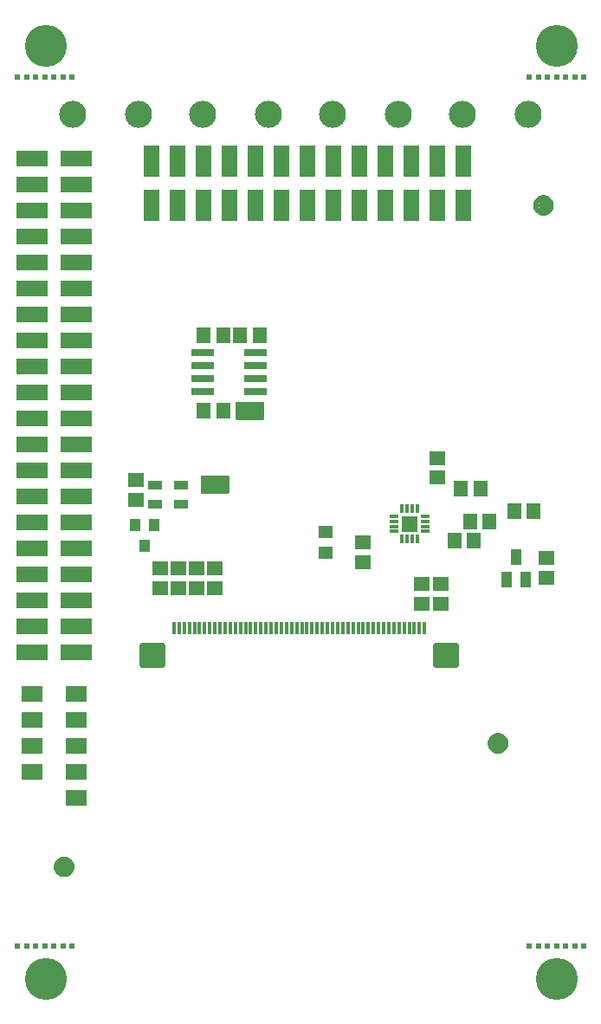
<source format=gbr>
G04 EAGLE Gerber RS-274X export*
G75*
%MOMM*%
%FSLAX34Y34*%
%LPD*%
%INSoldermask Top*%
%IPPOS*%
%AMOC8*
5,1,8,0,0,1.08239X$1,22.5*%
G01*
%ADD10C,0.601600*%
%ADD11C,1.101600*%
%ADD12C,0.500000*%
%ADD13R,1.601600X1.401600*%
%ADD14R,1.401600X1.601600*%
%ADD15R,1.101600X1.501600*%
%ADD16R,1.601600X1.601600*%
%ADD17R,0.880000X0.350000*%
%ADD18R,0.350000X0.880000*%
%ADD19R,1.625600X3.149600*%
%ADD20C,4.101600*%
%ADD21R,3.149600X1.625600*%
%ADD22R,2.301600X0.701600*%
%ADD23R,1.270000X1.701800*%
%ADD24R,0.736600X0.304800*%
%ADD25R,2.101600X1.601600*%
%ADD26R,1.401600X1.301600*%
%ADD27R,1.451600X0.901600*%
%ADD28R,1.101600X1.301600*%
%ADD29C,0.700447*%
%ADD30R,0.300000X1.300000*%
%ADD31C,2.641600*%

G36*
X246498Y514366D02*
X246498Y514366D01*
X246617Y514373D01*
X246655Y514386D01*
X246696Y514391D01*
X246806Y514434D01*
X246919Y514471D01*
X246954Y514493D01*
X246991Y514508D01*
X247087Y514578D01*
X247188Y514641D01*
X247216Y514671D01*
X247249Y514694D01*
X247325Y514786D01*
X247406Y514873D01*
X247426Y514908D01*
X247451Y514939D01*
X247502Y515047D01*
X247560Y515151D01*
X247570Y515191D01*
X247587Y515227D01*
X247609Y515344D01*
X247639Y515459D01*
X247643Y515520D01*
X247647Y515540D01*
X247645Y515560D01*
X247649Y515620D01*
X247649Y530860D01*
X247634Y530978D01*
X247627Y531097D01*
X247614Y531135D01*
X247609Y531176D01*
X247566Y531286D01*
X247529Y531399D01*
X247507Y531434D01*
X247492Y531471D01*
X247423Y531567D01*
X247359Y531668D01*
X247329Y531696D01*
X247306Y531729D01*
X247214Y531805D01*
X247127Y531886D01*
X247092Y531906D01*
X247061Y531931D01*
X246953Y531982D01*
X246849Y532040D01*
X246809Y532050D01*
X246773Y532067D01*
X246656Y532089D01*
X246541Y532119D01*
X246481Y532123D01*
X246461Y532127D01*
X246440Y532125D01*
X246380Y532129D01*
X220980Y532129D01*
X220862Y532114D01*
X220743Y532107D01*
X220705Y532094D01*
X220664Y532089D01*
X220554Y532046D01*
X220441Y532009D01*
X220406Y531987D01*
X220369Y531972D01*
X220273Y531903D01*
X220172Y531839D01*
X220144Y531809D01*
X220111Y531786D01*
X220036Y531694D01*
X219954Y531607D01*
X219934Y531572D01*
X219909Y531541D01*
X219858Y531433D01*
X219800Y531329D01*
X219790Y531289D01*
X219773Y531253D01*
X219751Y531136D01*
X219721Y531021D01*
X219717Y530961D01*
X219713Y530941D01*
X219714Y530934D01*
X219713Y530932D01*
X219714Y530916D01*
X219711Y530860D01*
X219711Y515620D01*
X219726Y515502D01*
X219733Y515383D01*
X219746Y515345D01*
X219751Y515304D01*
X219794Y515194D01*
X219831Y515081D01*
X219853Y515046D01*
X219868Y515009D01*
X219938Y514913D01*
X220001Y514812D01*
X220031Y514784D01*
X220054Y514751D01*
X220146Y514676D01*
X220233Y514594D01*
X220268Y514574D01*
X220299Y514549D01*
X220407Y514498D01*
X220511Y514440D01*
X220551Y514430D01*
X220587Y514413D01*
X220704Y514391D01*
X220819Y514361D01*
X220880Y514357D01*
X220900Y514353D01*
X220920Y514355D01*
X220980Y514351D01*
X246380Y514351D01*
X246498Y514366D01*
G37*
G36*
X212208Y441976D02*
X212208Y441976D01*
X212327Y441983D01*
X212365Y441996D01*
X212406Y442001D01*
X212516Y442044D01*
X212629Y442081D01*
X212664Y442103D01*
X212701Y442118D01*
X212797Y442188D01*
X212898Y442251D01*
X212926Y442281D01*
X212959Y442304D01*
X213035Y442396D01*
X213116Y442483D01*
X213136Y442518D01*
X213161Y442549D01*
X213212Y442657D01*
X213270Y442761D01*
X213280Y442801D01*
X213297Y442837D01*
X213319Y442954D01*
X213349Y443069D01*
X213353Y443130D01*
X213357Y443150D01*
X213355Y443170D01*
X213359Y443230D01*
X213359Y458470D01*
X213344Y458588D01*
X213337Y458707D01*
X213324Y458745D01*
X213319Y458786D01*
X213276Y458896D01*
X213239Y459009D01*
X213217Y459044D01*
X213202Y459081D01*
X213133Y459177D01*
X213069Y459278D01*
X213039Y459306D01*
X213016Y459339D01*
X212924Y459415D01*
X212837Y459496D01*
X212802Y459516D01*
X212771Y459541D01*
X212663Y459592D01*
X212559Y459650D01*
X212519Y459660D01*
X212483Y459677D01*
X212366Y459699D01*
X212251Y459729D01*
X212191Y459733D01*
X212171Y459737D01*
X212150Y459735D01*
X212090Y459739D01*
X186690Y459739D01*
X186572Y459724D01*
X186453Y459717D01*
X186415Y459704D01*
X186374Y459699D01*
X186264Y459656D01*
X186151Y459619D01*
X186116Y459597D01*
X186079Y459582D01*
X185983Y459513D01*
X185882Y459449D01*
X185854Y459419D01*
X185821Y459396D01*
X185746Y459304D01*
X185664Y459217D01*
X185644Y459182D01*
X185619Y459151D01*
X185568Y459043D01*
X185510Y458939D01*
X185500Y458899D01*
X185483Y458863D01*
X185461Y458746D01*
X185431Y458631D01*
X185427Y458571D01*
X185423Y458551D01*
X185424Y458544D01*
X185423Y458542D01*
X185424Y458526D01*
X185421Y458470D01*
X185421Y443230D01*
X185436Y443112D01*
X185443Y442993D01*
X185456Y442955D01*
X185461Y442914D01*
X185504Y442804D01*
X185541Y442691D01*
X185563Y442656D01*
X185578Y442619D01*
X185648Y442523D01*
X185711Y442422D01*
X185741Y442394D01*
X185764Y442361D01*
X185856Y442286D01*
X185943Y442204D01*
X185978Y442184D01*
X186009Y442159D01*
X186117Y442108D01*
X186221Y442050D01*
X186261Y442040D01*
X186297Y442023D01*
X186414Y442001D01*
X186529Y441971D01*
X186590Y441967D01*
X186610Y441963D01*
X186630Y441965D01*
X186690Y441961D01*
X212090Y441961D01*
X212208Y441976D01*
G37*
D10*
X59690Y849630D03*
X50800Y849630D03*
X41910Y849630D03*
X33020Y849630D03*
X24130Y849630D03*
X15240Y849630D03*
X6350Y849630D03*
X560070Y849630D03*
X551180Y849630D03*
X542290Y849630D03*
X533400Y849630D03*
X524510Y849630D03*
X515620Y849630D03*
X506730Y849630D03*
X59690Y0D03*
X50800Y0D03*
X41910Y0D03*
X33020Y0D03*
X24130Y0D03*
X15240Y0D03*
X6350Y0D03*
X560070Y0D03*
X551180Y0D03*
X542290Y0D03*
X533400Y0D03*
X524510Y0D03*
X515620Y0D03*
X506730Y0D03*
D11*
X476250Y198120D03*
D12*
X468750Y198120D02*
X468752Y197939D01*
X468759Y197758D01*
X468770Y197577D01*
X468785Y197396D01*
X468805Y197216D01*
X468829Y197036D01*
X468857Y196857D01*
X468890Y196679D01*
X468927Y196502D01*
X468968Y196325D01*
X469013Y196150D01*
X469063Y195975D01*
X469117Y195802D01*
X469175Y195631D01*
X469237Y195460D01*
X469304Y195292D01*
X469374Y195125D01*
X469448Y194959D01*
X469527Y194796D01*
X469609Y194635D01*
X469695Y194475D01*
X469785Y194318D01*
X469879Y194163D01*
X469976Y194010D01*
X470078Y193860D01*
X470182Y193712D01*
X470291Y193566D01*
X470402Y193424D01*
X470518Y193284D01*
X470636Y193147D01*
X470758Y193012D01*
X470883Y192881D01*
X471011Y192753D01*
X471142Y192628D01*
X471277Y192506D01*
X471414Y192388D01*
X471554Y192272D01*
X471696Y192161D01*
X471842Y192052D01*
X471990Y191948D01*
X472140Y191846D01*
X472293Y191749D01*
X472448Y191655D01*
X472605Y191565D01*
X472765Y191479D01*
X472926Y191397D01*
X473089Y191318D01*
X473255Y191244D01*
X473422Y191174D01*
X473590Y191107D01*
X473761Y191045D01*
X473932Y190987D01*
X474105Y190933D01*
X474280Y190883D01*
X474455Y190838D01*
X474632Y190797D01*
X474809Y190760D01*
X474987Y190727D01*
X475166Y190699D01*
X475346Y190675D01*
X475526Y190655D01*
X475707Y190640D01*
X475888Y190629D01*
X476069Y190622D01*
X476250Y190620D01*
X468750Y198120D02*
X468752Y198301D01*
X468759Y198482D01*
X468770Y198663D01*
X468785Y198844D01*
X468805Y199024D01*
X468829Y199204D01*
X468857Y199383D01*
X468890Y199561D01*
X468927Y199738D01*
X468968Y199915D01*
X469013Y200090D01*
X469063Y200265D01*
X469117Y200438D01*
X469175Y200609D01*
X469237Y200780D01*
X469304Y200948D01*
X469374Y201115D01*
X469448Y201281D01*
X469527Y201444D01*
X469609Y201605D01*
X469695Y201765D01*
X469785Y201922D01*
X469879Y202077D01*
X469976Y202230D01*
X470078Y202380D01*
X470182Y202528D01*
X470291Y202674D01*
X470402Y202816D01*
X470518Y202956D01*
X470636Y203093D01*
X470758Y203228D01*
X470883Y203359D01*
X471011Y203487D01*
X471142Y203612D01*
X471277Y203734D01*
X471414Y203852D01*
X471554Y203968D01*
X471696Y204079D01*
X471842Y204188D01*
X471990Y204292D01*
X472140Y204394D01*
X472293Y204491D01*
X472448Y204585D01*
X472605Y204675D01*
X472765Y204761D01*
X472926Y204843D01*
X473089Y204922D01*
X473255Y204996D01*
X473422Y205066D01*
X473590Y205133D01*
X473761Y205195D01*
X473932Y205253D01*
X474105Y205307D01*
X474280Y205357D01*
X474455Y205402D01*
X474632Y205443D01*
X474809Y205480D01*
X474987Y205513D01*
X475166Y205541D01*
X475346Y205565D01*
X475526Y205585D01*
X475707Y205600D01*
X475888Y205611D01*
X476069Y205618D01*
X476250Y205620D01*
X476431Y205618D01*
X476612Y205611D01*
X476793Y205600D01*
X476974Y205585D01*
X477154Y205565D01*
X477334Y205541D01*
X477513Y205513D01*
X477691Y205480D01*
X477868Y205443D01*
X478045Y205402D01*
X478220Y205357D01*
X478395Y205307D01*
X478568Y205253D01*
X478739Y205195D01*
X478910Y205133D01*
X479078Y205066D01*
X479245Y204996D01*
X479411Y204922D01*
X479574Y204843D01*
X479735Y204761D01*
X479895Y204675D01*
X480052Y204585D01*
X480207Y204491D01*
X480360Y204394D01*
X480510Y204292D01*
X480658Y204188D01*
X480804Y204079D01*
X480946Y203968D01*
X481086Y203852D01*
X481223Y203734D01*
X481358Y203612D01*
X481489Y203487D01*
X481617Y203359D01*
X481742Y203228D01*
X481864Y203093D01*
X481982Y202956D01*
X482098Y202816D01*
X482209Y202674D01*
X482318Y202528D01*
X482422Y202380D01*
X482524Y202230D01*
X482621Y202077D01*
X482715Y201922D01*
X482805Y201765D01*
X482891Y201605D01*
X482973Y201444D01*
X483052Y201281D01*
X483126Y201115D01*
X483196Y200948D01*
X483263Y200780D01*
X483325Y200609D01*
X483383Y200438D01*
X483437Y200265D01*
X483487Y200090D01*
X483532Y199915D01*
X483573Y199738D01*
X483610Y199561D01*
X483643Y199383D01*
X483671Y199204D01*
X483695Y199024D01*
X483715Y198844D01*
X483730Y198663D01*
X483741Y198482D01*
X483748Y198301D01*
X483750Y198120D01*
X483748Y197939D01*
X483741Y197758D01*
X483730Y197577D01*
X483715Y197396D01*
X483695Y197216D01*
X483671Y197036D01*
X483643Y196857D01*
X483610Y196679D01*
X483573Y196502D01*
X483532Y196325D01*
X483487Y196150D01*
X483437Y195975D01*
X483383Y195802D01*
X483325Y195631D01*
X483263Y195460D01*
X483196Y195292D01*
X483126Y195125D01*
X483052Y194959D01*
X482973Y194796D01*
X482891Y194635D01*
X482805Y194475D01*
X482715Y194318D01*
X482621Y194163D01*
X482524Y194010D01*
X482422Y193860D01*
X482318Y193712D01*
X482209Y193566D01*
X482098Y193424D01*
X481982Y193284D01*
X481864Y193147D01*
X481742Y193012D01*
X481617Y192881D01*
X481489Y192753D01*
X481358Y192628D01*
X481223Y192506D01*
X481086Y192388D01*
X480946Y192272D01*
X480804Y192161D01*
X480658Y192052D01*
X480510Y191948D01*
X480360Y191846D01*
X480207Y191749D01*
X480052Y191655D01*
X479895Y191565D01*
X479735Y191479D01*
X479574Y191397D01*
X479411Y191318D01*
X479245Y191244D01*
X479078Y191174D01*
X478910Y191107D01*
X478739Y191045D01*
X478568Y190987D01*
X478395Y190933D01*
X478220Y190883D01*
X478045Y190838D01*
X477868Y190797D01*
X477691Y190760D01*
X477513Y190727D01*
X477334Y190699D01*
X477154Y190675D01*
X476974Y190655D01*
X476793Y190640D01*
X476612Y190629D01*
X476431Y190622D01*
X476250Y190620D01*
D11*
X52070Y77470D03*
D12*
X52070Y69970D02*
X52251Y69972D01*
X52432Y69979D01*
X52613Y69990D01*
X52794Y70005D01*
X52974Y70025D01*
X53154Y70049D01*
X53333Y70077D01*
X53511Y70110D01*
X53688Y70147D01*
X53865Y70188D01*
X54040Y70233D01*
X54215Y70283D01*
X54388Y70337D01*
X54559Y70395D01*
X54730Y70457D01*
X54898Y70524D01*
X55065Y70594D01*
X55231Y70668D01*
X55394Y70747D01*
X55555Y70829D01*
X55715Y70915D01*
X55872Y71005D01*
X56027Y71099D01*
X56180Y71196D01*
X56330Y71298D01*
X56478Y71402D01*
X56624Y71511D01*
X56766Y71622D01*
X56906Y71738D01*
X57043Y71856D01*
X57178Y71978D01*
X57309Y72103D01*
X57437Y72231D01*
X57562Y72362D01*
X57684Y72497D01*
X57802Y72634D01*
X57918Y72774D01*
X58029Y72916D01*
X58138Y73062D01*
X58242Y73210D01*
X58344Y73360D01*
X58441Y73513D01*
X58535Y73668D01*
X58625Y73825D01*
X58711Y73985D01*
X58793Y74146D01*
X58872Y74309D01*
X58946Y74475D01*
X59016Y74642D01*
X59083Y74810D01*
X59145Y74981D01*
X59203Y75152D01*
X59257Y75325D01*
X59307Y75500D01*
X59352Y75675D01*
X59393Y75852D01*
X59430Y76029D01*
X59463Y76207D01*
X59491Y76386D01*
X59515Y76566D01*
X59535Y76746D01*
X59550Y76927D01*
X59561Y77108D01*
X59568Y77289D01*
X59570Y77470D01*
X52070Y69970D02*
X51889Y69972D01*
X51708Y69979D01*
X51527Y69990D01*
X51346Y70005D01*
X51166Y70025D01*
X50986Y70049D01*
X50807Y70077D01*
X50629Y70110D01*
X50452Y70147D01*
X50275Y70188D01*
X50100Y70233D01*
X49925Y70283D01*
X49752Y70337D01*
X49581Y70395D01*
X49410Y70457D01*
X49242Y70524D01*
X49075Y70594D01*
X48909Y70668D01*
X48746Y70747D01*
X48585Y70829D01*
X48425Y70915D01*
X48268Y71005D01*
X48113Y71099D01*
X47960Y71196D01*
X47810Y71298D01*
X47662Y71402D01*
X47516Y71511D01*
X47374Y71622D01*
X47234Y71738D01*
X47097Y71856D01*
X46962Y71978D01*
X46831Y72103D01*
X46703Y72231D01*
X46578Y72362D01*
X46456Y72497D01*
X46338Y72634D01*
X46222Y72774D01*
X46111Y72916D01*
X46002Y73062D01*
X45898Y73210D01*
X45796Y73360D01*
X45699Y73513D01*
X45605Y73668D01*
X45515Y73825D01*
X45429Y73985D01*
X45347Y74146D01*
X45268Y74309D01*
X45194Y74475D01*
X45124Y74642D01*
X45057Y74810D01*
X44995Y74981D01*
X44937Y75152D01*
X44883Y75325D01*
X44833Y75500D01*
X44788Y75675D01*
X44747Y75852D01*
X44710Y76029D01*
X44677Y76207D01*
X44649Y76386D01*
X44625Y76566D01*
X44605Y76746D01*
X44590Y76927D01*
X44579Y77108D01*
X44572Y77289D01*
X44570Y77470D01*
X44572Y77651D01*
X44579Y77832D01*
X44590Y78013D01*
X44605Y78194D01*
X44625Y78374D01*
X44649Y78554D01*
X44677Y78733D01*
X44710Y78911D01*
X44747Y79088D01*
X44788Y79265D01*
X44833Y79440D01*
X44883Y79615D01*
X44937Y79788D01*
X44995Y79959D01*
X45057Y80130D01*
X45124Y80298D01*
X45194Y80465D01*
X45268Y80631D01*
X45347Y80794D01*
X45429Y80955D01*
X45515Y81115D01*
X45605Y81272D01*
X45699Y81427D01*
X45796Y81580D01*
X45898Y81730D01*
X46002Y81878D01*
X46111Y82024D01*
X46222Y82166D01*
X46338Y82306D01*
X46456Y82443D01*
X46578Y82578D01*
X46703Y82709D01*
X46831Y82837D01*
X46962Y82962D01*
X47097Y83084D01*
X47234Y83202D01*
X47374Y83318D01*
X47516Y83429D01*
X47662Y83538D01*
X47810Y83642D01*
X47960Y83744D01*
X48113Y83841D01*
X48268Y83935D01*
X48425Y84025D01*
X48585Y84111D01*
X48746Y84193D01*
X48909Y84272D01*
X49075Y84346D01*
X49242Y84416D01*
X49410Y84483D01*
X49581Y84545D01*
X49752Y84603D01*
X49925Y84657D01*
X50100Y84707D01*
X50275Y84752D01*
X50452Y84793D01*
X50629Y84830D01*
X50807Y84863D01*
X50986Y84891D01*
X51166Y84915D01*
X51346Y84935D01*
X51527Y84950D01*
X51708Y84961D01*
X51889Y84968D01*
X52070Y84970D01*
X52251Y84968D01*
X52432Y84961D01*
X52613Y84950D01*
X52794Y84935D01*
X52974Y84915D01*
X53154Y84891D01*
X53333Y84863D01*
X53511Y84830D01*
X53688Y84793D01*
X53865Y84752D01*
X54040Y84707D01*
X54215Y84657D01*
X54388Y84603D01*
X54559Y84545D01*
X54730Y84483D01*
X54898Y84416D01*
X55065Y84346D01*
X55231Y84272D01*
X55394Y84193D01*
X55555Y84111D01*
X55715Y84025D01*
X55872Y83935D01*
X56027Y83841D01*
X56180Y83744D01*
X56330Y83642D01*
X56478Y83538D01*
X56624Y83429D01*
X56766Y83318D01*
X56906Y83202D01*
X57043Y83084D01*
X57178Y82962D01*
X57309Y82837D01*
X57437Y82709D01*
X57562Y82578D01*
X57684Y82443D01*
X57802Y82306D01*
X57918Y82166D01*
X58029Y82024D01*
X58138Y81878D01*
X58242Y81730D01*
X58344Y81580D01*
X58441Y81427D01*
X58535Y81272D01*
X58625Y81115D01*
X58711Y80955D01*
X58793Y80794D01*
X58872Y80631D01*
X58946Y80465D01*
X59016Y80298D01*
X59083Y80130D01*
X59145Y79959D01*
X59203Y79788D01*
X59257Y79615D01*
X59307Y79440D01*
X59352Y79265D01*
X59393Y79088D01*
X59430Y78911D01*
X59463Y78733D01*
X59491Y78554D01*
X59515Y78374D01*
X59535Y78194D01*
X59550Y78013D01*
X59561Y77832D01*
X59568Y77651D01*
X59570Y77470D01*
D13*
X416560Y457860D03*
X416560Y476860D03*
D14*
X492150Y425450D03*
X511150Y425450D03*
D15*
X494030Y380570D03*
X503530Y358570D03*
X484530Y358570D03*
D13*
X523240Y360070D03*
X523240Y379070D03*
D16*
X389890Y412750D03*
D17*
X404890Y405250D03*
X404890Y410250D03*
X404890Y415250D03*
X404890Y420250D03*
D18*
X397390Y427750D03*
X392390Y427750D03*
X387390Y427750D03*
X382390Y427750D03*
D17*
X374890Y420250D03*
X374890Y415250D03*
X374890Y410250D03*
X374890Y405250D03*
D18*
X382390Y397750D03*
X387390Y397750D03*
X392390Y397750D03*
X397390Y397750D03*
D14*
X440080Y447040D03*
X459080Y447040D03*
D19*
X137160Y767080D03*
X137160Y723900D03*
X162560Y767080D03*
X162560Y723900D03*
X187960Y723900D03*
X187960Y767080D03*
X213360Y723900D03*
X213360Y767080D03*
X238760Y723900D03*
X238760Y767080D03*
X264160Y723900D03*
X264160Y767080D03*
X289560Y723900D03*
X289560Y767080D03*
X314960Y723900D03*
X314960Y767080D03*
X340360Y723900D03*
X340360Y767080D03*
X365760Y723900D03*
X365760Y767080D03*
X391160Y723900D03*
X391160Y767080D03*
X416560Y723900D03*
X416560Y767080D03*
X441960Y723900D03*
X441960Y767080D03*
D20*
X34290Y-31750D03*
X533400Y880110D03*
X533400Y-31750D03*
D14*
X452730Y396240D03*
X433730Y396240D03*
D11*
X520700Y723900D03*
D12*
X520700Y731400D02*
X520519Y731398D01*
X520338Y731391D01*
X520157Y731380D01*
X519976Y731365D01*
X519796Y731345D01*
X519616Y731321D01*
X519437Y731293D01*
X519259Y731260D01*
X519082Y731223D01*
X518905Y731182D01*
X518730Y731137D01*
X518555Y731087D01*
X518382Y731033D01*
X518211Y730975D01*
X518040Y730913D01*
X517872Y730846D01*
X517705Y730776D01*
X517539Y730702D01*
X517376Y730623D01*
X517215Y730541D01*
X517055Y730455D01*
X516898Y730365D01*
X516743Y730271D01*
X516590Y730174D01*
X516440Y730072D01*
X516292Y729968D01*
X516146Y729859D01*
X516004Y729748D01*
X515864Y729632D01*
X515727Y729514D01*
X515592Y729392D01*
X515461Y729267D01*
X515333Y729139D01*
X515208Y729008D01*
X515086Y728873D01*
X514968Y728736D01*
X514852Y728596D01*
X514741Y728454D01*
X514632Y728308D01*
X514528Y728160D01*
X514426Y728010D01*
X514329Y727857D01*
X514235Y727702D01*
X514145Y727545D01*
X514059Y727385D01*
X513977Y727224D01*
X513898Y727061D01*
X513824Y726895D01*
X513754Y726728D01*
X513687Y726560D01*
X513625Y726389D01*
X513567Y726218D01*
X513513Y726045D01*
X513463Y725870D01*
X513418Y725695D01*
X513377Y725518D01*
X513340Y725341D01*
X513307Y725163D01*
X513279Y724984D01*
X513255Y724804D01*
X513235Y724624D01*
X513220Y724443D01*
X513209Y724262D01*
X513202Y724081D01*
X513200Y723900D01*
X520700Y731400D02*
X520881Y731398D01*
X521062Y731391D01*
X521243Y731380D01*
X521424Y731365D01*
X521604Y731345D01*
X521784Y731321D01*
X521963Y731293D01*
X522141Y731260D01*
X522318Y731223D01*
X522495Y731182D01*
X522670Y731137D01*
X522845Y731087D01*
X523018Y731033D01*
X523189Y730975D01*
X523360Y730913D01*
X523528Y730846D01*
X523695Y730776D01*
X523861Y730702D01*
X524024Y730623D01*
X524185Y730541D01*
X524345Y730455D01*
X524502Y730365D01*
X524657Y730271D01*
X524810Y730174D01*
X524960Y730072D01*
X525108Y729968D01*
X525254Y729859D01*
X525396Y729748D01*
X525536Y729632D01*
X525673Y729514D01*
X525808Y729392D01*
X525939Y729267D01*
X526067Y729139D01*
X526192Y729008D01*
X526314Y728873D01*
X526432Y728736D01*
X526548Y728596D01*
X526659Y728454D01*
X526768Y728308D01*
X526872Y728160D01*
X526974Y728010D01*
X527071Y727857D01*
X527165Y727702D01*
X527255Y727545D01*
X527341Y727385D01*
X527423Y727224D01*
X527502Y727061D01*
X527576Y726895D01*
X527646Y726728D01*
X527713Y726560D01*
X527775Y726389D01*
X527833Y726218D01*
X527887Y726045D01*
X527937Y725870D01*
X527982Y725695D01*
X528023Y725518D01*
X528060Y725341D01*
X528093Y725163D01*
X528121Y724984D01*
X528145Y724804D01*
X528165Y724624D01*
X528180Y724443D01*
X528191Y724262D01*
X528198Y724081D01*
X528200Y723900D01*
X528198Y723719D01*
X528191Y723538D01*
X528180Y723357D01*
X528165Y723176D01*
X528145Y722996D01*
X528121Y722816D01*
X528093Y722637D01*
X528060Y722459D01*
X528023Y722282D01*
X527982Y722105D01*
X527937Y721930D01*
X527887Y721755D01*
X527833Y721582D01*
X527775Y721411D01*
X527713Y721240D01*
X527646Y721072D01*
X527576Y720905D01*
X527502Y720739D01*
X527423Y720576D01*
X527341Y720415D01*
X527255Y720255D01*
X527165Y720098D01*
X527071Y719943D01*
X526974Y719790D01*
X526872Y719640D01*
X526768Y719492D01*
X526659Y719346D01*
X526548Y719204D01*
X526432Y719064D01*
X526314Y718927D01*
X526192Y718792D01*
X526067Y718661D01*
X525939Y718533D01*
X525808Y718408D01*
X525673Y718286D01*
X525536Y718168D01*
X525396Y718052D01*
X525254Y717941D01*
X525108Y717832D01*
X524960Y717728D01*
X524810Y717626D01*
X524657Y717529D01*
X524502Y717435D01*
X524345Y717345D01*
X524185Y717259D01*
X524024Y717177D01*
X523861Y717098D01*
X523695Y717024D01*
X523528Y716954D01*
X523360Y716887D01*
X523189Y716825D01*
X523018Y716767D01*
X522845Y716713D01*
X522670Y716663D01*
X522495Y716618D01*
X522318Y716577D01*
X522141Y716540D01*
X521963Y716507D01*
X521784Y716479D01*
X521604Y716455D01*
X521424Y716435D01*
X521243Y716420D01*
X521062Y716409D01*
X520881Y716402D01*
X520700Y716400D01*
X520519Y716402D01*
X520338Y716409D01*
X520157Y716420D01*
X519976Y716435D01*
X519796Y716455D01*
X519616Y716479D01*
X519437Y716507D01*
X519259Y716540D01*
X519082Y716577D01*
X518905Y716618D01*
X518730Y716663D01*
X518555Y716713D01*
X518382Y716767D01*
X518211Y716825D01*
X518040Y716887D01*
X517872Y716954D01*
X517705Y717024D01*
X517539Y717098D01*
X517376Y717177D01*
X517215Y717259D01*
X517055Y717345D01*
X516898Y717435D01*
X516743Y717529D01*
X516590Y717626D01*
X516440Y717728D01*
X516292Y717832D01*
X516146Y717941D01*
X516004Y718052D01*
X515864Y718168D01*
X515727Y718286D01*
X515592Y718408D01*
X515461Y718533D01*
X515333Y718661D01*
X515208Y718792D01*
X515086Y718927D01*
X514968Y719064D01*
X514852Y719204D01*
X514741Y719346D01*
X514632Y719492D01*
X514528Y719640D01*
X514426Y719790D01*
X514329Y719943D01*
X514235Y720098D01*
X514145Y720255D01*
X514059Y720415D01*
X513977Y720576D01*
X513898Y720739D01*
X513824Y720905D01*
X513754Y721072D01*
X513687Y721240D01*
X513625Y721411D01*
X513567Y721582D01*
X513513Y721755D01*
X513463Y721930D01*
X513418Y722105D01*
X513377Y722282D01*
X513340Y722459D01*
X513307Y722637D01*
X513279Y722816D01*
X513255Y722996D01*
X513235Y723176D01*
X513220Y723357D01*
X513209Y723538D01*
X513202Y723719D01*
X513200Y723900D01*
D20*
X34290Y880110D03*
D14*
X467970Y415290D03*
X448970Y415290D03*
D21*
X63500Y769620D03*
X20320Y769620D03*
X63500Y744220D03*
X20320Y744220D03*
X20320Y718820D03*
X63500Y718820D03*
X20320Y693420D03*
X63500Y693420D03*
X20320Y668020D03*
X63500Y668020D03*
X20320Y642620D03*
X63500Y642620D03*
X20320Y617220D03*
X63500Y617220D03*
X20320Y591820D03*
X63500Y591820D03*
X20320Y566420D03*
X63500Y566420D03*
X20320Y541020D03*
X63500Y541020D03*
X20320Y515620D03*
X63500Y515620D03*
X20320Y490220D03*
X63500Y490220D03*
X20320Y464820D03*
X63500Y464820D03*
X20320Y439420D03*
X63500Y439420D03*
X20320Y414020D03*
X63500Y414020D03*
X20320Y388620D03*
X63500Y388620D03*
X20320Y363220D03*
X63500Y363220D03*
X20320Y337820D03*
X63500Y337820D03*
X20320Y312420D03*
X63500Y312420D03*
X20320Y287020D03*
X63500Y287020D03*
D22*
X239360Y554990D03*
X187360Y554990D03*
X239360Y542290D03*
X239360Y567690D03*
X239360Y580390D03*
X187360Y542290D03*
X187360Y567690D03*
X187360Y580390D03*
D14*
X188620Y596900D03*
X207620Y596900D03*
X224180Y596900D03*
X243180Y596900D03*
X207620Y523240D03*
X188620Y523240D03*
D23*
X241300Y523240D03*
X226060Y523240D03*
D24*
X233680Y523240D03*
D25*
X63500Y144780D03*
X63500Y170180D03*
X63500Y195580D03*
X63500Y220980D03*
X63500Y246380D03*
X20320Y170180D03*
X20320Y195580D03*
X20320Y220980D03*
X20320Y246380D03*
D13*
X163830Y368910D03*
X163830Y349910D03*
X181610Y368910D03*
X181610Y349910D03*
X199390Y368910D03*
X199390Y349910D03*
X401320Y353670D03*
X401320Y334670D03*
X121920Y436270D03*
X121920Y455270D03*
X344170Y394310D03*
X344170Y375310D03*
D26*
X307340Y405130D03*
X307340Y384810D03*
D23*
X207010Y450850D03*
X191770Y450850D03*
D24*
X199390Y450850D03*
D27*
X166370Y431800D03*
X140970Y431800D03*
X166370Y450850D03*
X140970Y450850D03*
D28*
X130810Y391320D03*
X121310Y411320D03*
X140310Y411320D03*
D29*
X147446Y275224D02*
X129434Y275224D01*
X129434Y293236D01*
X147446Y293236D01*
X147446Y275224D01*
X147446Y281878D02*
X129434Y281878D01*
X129434Y288532D02*
X147446Y288532D01*
X416434Y275224D02*
X434446Y275224D01*
X416434Y275224D02*
X416434Y293236D01*
X434446Y293236D01*
X434446Y275224D01*
X434446Y281878D02*
X416434Y281878D01*
X416434Y288532D02*
X434446Y288532D01*
D30*
X404440Y311130D03*
X399440Y311130D03*
X394440Y311130D03*
X384440Y311130D03*
X389440Y311130D03*
X379440Y311130D03*
X374440Y311130D03*
X369440Y311130D03*
X364440Y311130D03*
X354440Y311130D03*
X359440Y311130D03*
X349440Y311130D03*
X344440Y311130D03*
X339440Y311130D03*
X334440Y311130D03*
X324440Y311130D03*
X329440Y311130D03*
X319440Y311130D03*
X314440Y311130D03*
X309440Y311130D03*
X304440Y311130D03*
X294440Y311130D03*
X299440Y311130D03*
X289440Y311130D03*
X284440Y311130D03*
X279440Y311130D03*
X274440Y311130D03*
X264440Y311130D03*
X269440Y311130D03*
X259440Y311130D03*
X254440Y311130D03*
X249440Y311130D03*
X244440Y311130D03*
X234440Y311130D03*
X239440Y311130D03*
X229440Y311130D03*
X224440Y311130D03*
X219440Y311130D03*
X214440Y311130D03*
X204440Y311130D03*
X209440Y311130D03*
X199440Y311130D03*
X194440Y311130D03*
X189440Y311130D03*
X184440Y311130D03*
X174440Y311130D03*
X179440Y311130D03*
X169440Y311130D03*
X164440Y311130D03*
X159440Y311130D03*
D13*
X146050Y368910D03*
X146050Y349910D03*
X420370Y353670D03*
X420370Y334670D03*
D31*
X441210Y812800D03*
X506210Y812800D03*
X125210Y812800D03*
X60210Y812800D03*
X187210Y812800D03*
X252210Y812800D03*
X314210Y812800D03*
X379210Y812800D03*
M02*

</source>
